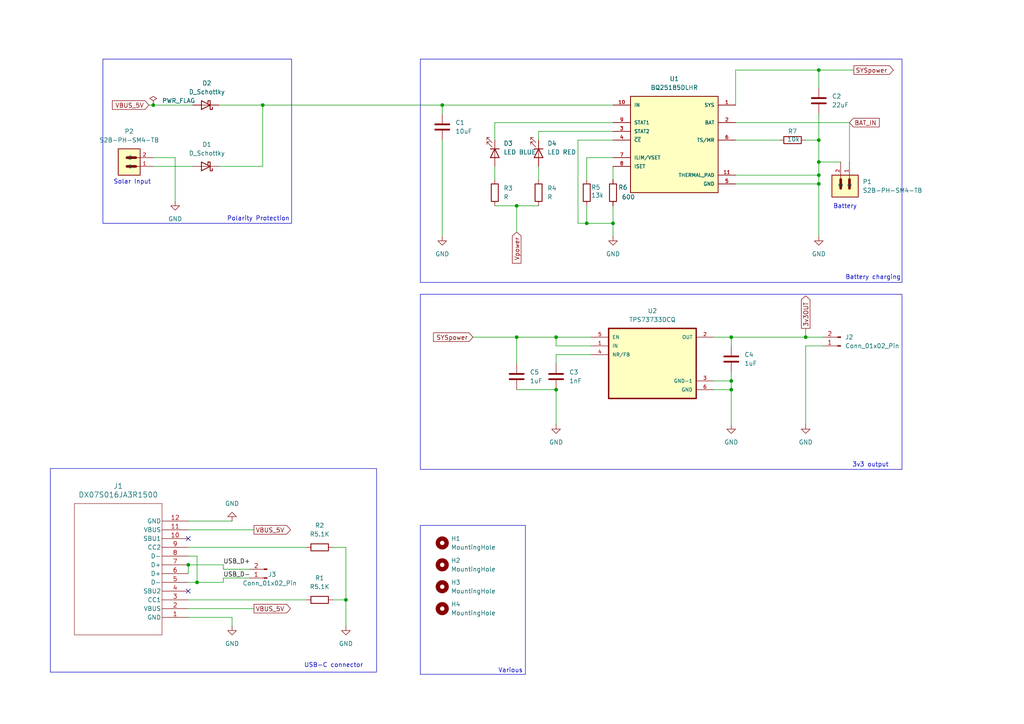
<source format=kicad_sch>
(kicad_sch (version 20250114) (generator "eeschema") (generator_version "9.0")
  (paper "A4")
  (lib_symbols
    (symbol "BQ25185:BQ25185DLHR" (pin_names (offset 1.016))
      (property "Reference" "U" (at -12.7 15.748 0))
      (property "Value" "BQ25185DLHR" (at -12.7 -15.24 0))
      (symbol "BQ25185DLHR_0_0"
        (rectangle (start -12.7 -12.7) (end 12.7 15.24) (stroke (width 0.254)) (fill (type background)))
        (pin input line (at -17.78 12.7 0) (length 5.08) (name "IN") (number "10"))
        (pin output line (at -17.78 7.62 0) (length 5.08) (name "STAT1") (number "9"))
        (pin output line (at -17.78 5.08 0) (length 5.08) (name "STAT2") (number "3"))
        (pin input line (at -17.78 2.54 0) (length 5.08) (name "~{CE}") (number "4"))
        (pin input line (at -17.78 -2.54 0) (length 5.08) (name "ILIM/VSET") (number "7"))
        (pin input line (at -17.78 -5.08 0) (length 5.08) (name "ISET") (number "8"))
        (pin output line (at 17.78 12.7 180) (length 5.08) (name "SYS") (number "1"))
        (pin output line (at 17.78 7.62 180) (length 5.08) (name "BAT") (number "2"))
        (pin input line (at 17.78 2.54 180) (length 5.08) (name "TS/MR") (number "6"))
        (pin passive line (at 17.78 -7.62 180) (length 5.08) (name "THERMAL_PAD") (number "11"))
        (pin power_in line (at 17.78 -10.16 180) (length 5.08) (name "GND") (number "5"))
      )
    )
    (symbol "CONN:S2B-PH-SM4-TB" (pin_names (offset 1.016))
      (property "Reference" "P" (at -1.2718 3.8155 0))
      (property "Value" "S2B-PH-SM4-TB" (at -1.271 -5.0839 0))
      (symbol "S2B-PH-SM4-TB_0_0"
        (rectangle (start -1.27 -3.81) (end 5.08 3.81) (stroke (width 0.254)) (fill (type background)))
        (polyline (pts (xy 0 1.27) (xy 2.54 1.27)) (stroke (width 0.762)))
        (polyline (pts (xy 0 -1.27) (xy 2.54 -1.27)) (stroke (width 0.762)))
        (pin passive line (at -5.08 1.27 0) (length 5.08) (name "1") (number "1"))
        (pin passive line (at -5.08 -1.27 0) (length 5.08) (name "2") (number "2"))
      )
    )
    (symbol "Connector:Conn_01x02_Pin" (pin_names (offset 1.016) (hide yes))
      (property "Reference" "J" (at 0 2.54 0))
      (property "Value" "Conn_01x02_Pin" (at 0 -5.08 0))
      (symbol "Conn_01x02_Pin_1_1"
        (rectangle (start 0.8636 0.127) (end 0 -0.127) (stroke (width 0.1524)) (fill (type outline)))
        (rectangle (start 0.8636 -2.413) (end 0 -2.667) (stroke (width 0.1524)) (fill (type outline)))
        (polyline (pts (xy 1.27 0) (xy 0.8636 0)) (stroke (width 0.1524)))
        (polyline (pts (xy 1.27 -2.54) (xy 0.8636 -2.54)) (stroke (width 0.1524)))
        (pin passive line (at 5.08 0 180) (length 3.81) (name "Pin_1") (number "1"))
        (pin passive line (at 5.08 -2.54 180) (length 3.81) (name "Pin_2") (number "2"))
      )
    )
    (symbol "Device:C" (pin_numbers (hide yes)) (pin_names (offset 0.254))
      (property "Reference" "C" (at 0.635 2.54 0))
      (property "Value" "C" (at 0.635 -2.54 0))
      (symbol "C_0_1"
        (polyline (pts (xy -2.032 0.762) (xy 2.032 0.762)) (stroke (width 0.508)))
        (polyline (pts (xy -2.032 -0.762) (xy 2.032 -0.762)) (stroke (width 0.508)))
      )
      (symbol "C_1_1"
        (pin passive line (at 0 3.81 270) (length 2.794) (name "~") (number "1"))
        (pin passive line (at 0 -3.81 90) (length 2.794) (name "~") (number "2"))
      )
    )
    (symbol "Device:D_Schottky" (pin_numbers (hide yes)) (pin_names (offset 1.016) (hide yes))
      (property "Reference" "D" (at 0 2.54 0))
      (property "Value" "D_Schottky" (at 0 -2.54 0))
      (symbol "D_Schottky_0_1"
        (polyline (pts (xy -1.905 0.635) (xy -1.905 1.27) (xy -1.27 1.27) (xy -1.27 -1.27) (xy -0.635 -1.27) (xy -0.635 -0.635)) (stroke (width 0.254)))
        (polyline (pts (xy 1.27 1.27) (xy 1.27 -1.27) (xy -1.27 0) (xy 1.27 1.27)) (stroke (width 0.254)))
        (polyline (pts (xy 1.27 0) (xy -1.27 0)))
      )
      (symbol "D_Schottky_1_1"
        (pin passive line (at -3.81 0 0) (length 2.54) (name "K") (number "1"))
        (pin passive line (at 3.81 0 180) (length 2.54) (name "A") (number "2"))
      )
    )
    (symbol "Device:LED" (pin_numbers (hide yes)) (pin_names (offset 1.016) (hide yes))
      (property "Reference" "D" (at 0 2.54 0))
      (property "Value" "LED" (at 0 -2.54 0))
      (symbol "LED_0_1"
        (polyline (pts (xy -3.048 -0.762) (xy -4.572 -2.286) (xy -3.81 -2.286) (xy -4.572 -2.286) (xy -4.572 -1.524)))
        (polyline (pts (xy -1.778 -0.762) (xy -3.302 -2.286) (xy -2.54 -2.286) (xy -3.302 -2.286) (xy -3.302 -1.524)))
        (polyline (pts (xy -1.27 0) (xy 1.27 0)))
        (polyline (pts (xy -1.27 -1.27) (xy -1.27 1.27)) (stroke (width 0.254)))
        (polyline (pts (xy 1.27 -1.27) (xy 1.27 1.27) (xy -1.27 0) (xy 1.27 -1.27)) (stroke (width 0.254)))
      )
      (symbol "LED_1_1"
        (pin passive line (at -3.81 0 0) (length 2.54) (name "K") (number "1"))
        (pin passive line (at 3.81 0 180) (length 2.54) (name "A") (number "2"))
      )
    )
    (symbol "Device:R" (pin_numbers (hide yes)) (pin_names (offset 0))
      (property "Reference" "R" (at 2.032 0 90))
      (property "Value" "R" (at 0 0 90))
      (symbol "R_0_1"
        (rectangle (start -1.016 -2.54) (end 1.016 2.54) (stroke (width 0.254)))
      )
      (symbol "R_1_1"
        (pin passive line (at 0 3.81 270) (length 1.27) (name "~") (number "1"))
        (pin passive line (at 0 -3.81 90) (length 1.27) (name "~") (number "2"))
      )
    )
    (symbol "Mechanical:MountingHole" (pin_names (offset 1.016)) (in_bom no)
      (property "Reference" "H" (at 0 5.08 0))
      (property "Value" "MountingHole" (at 0 3.175 0))
      (symbol "MountingHole_0_1"
        (circle (center 0 0) (radius 1.27) (stroke (width 1.27)))
      )
    )
    (symbol "TPS737:TPS73733DCQ" (pin_names (offset 1.016))
      (property "Reference" "U" (at -12.7 11.16 0))
      (property "Value" "TPS73733DCQ" (at -12.7 -14.16 0))
      (symbol "TPS73733DCQ_0_0"
        (rectangle (start -12.7 -10.16) (end 12.7 10.16) (stroke (width 0.41)) (fill (type background)))
        (pin input line (at -17.78 7.62 0) (length 5.08) (name "EN") (number "5"))
        (pin input line (at -17.78 5.08 0) (length 5.08) (name "IN") (number "1"))
        (pin input line (at -17.78 2.54 0) (length 5.08) (name "NR/FB") (number "4"))
        (pin output line (at 17.78 7.62 180) (length 5.08) (name "OUT") (number "2"))
        (pin power_in line (at 17.78 -5.08 180) (length 5.08) (name "GND-1") (number "3"))
        (pin power_in line (at 17.78 -7.62 180) (length 5.08) (name "GND") (number "6"))
      )
    )
    (symbol "USB-C-DX07S016JA3R1500:DX07S016JA3R1500" (pin_names (offset 0.254))
      (property "Reference" "J" (at 20.32 10.16 0))
      (property "Value" "DX07S016JA3R1500" (at 20.32 7.62 0))
      (symbol "DX07S016JA3R1500_1_1"
        (polyline (pts (xy 7.62 5.08) (xy 7.62 -33.02)) (stroke (width 0.127)))
        (polyline (pts (xy 7.62 -33.02) (xy 33.02 -33.02)) (stroke (width 0.127)))
        (polyline (pts (xy 33.02 5.08) (xy 7.62 5.08)) (stroke (width 0.127)))
        (polyline (pts (xy 33.02 -33.02) (xy 33.02 5.08)) (stroke (width 0.127)))
        (pin power_out line (at 0 0 0) (length 7.62) (name "GND") (number "1"))
        (pin power_in line (at 0 -2.54 0) (length 7.62) (name "VBUS") (number "2"))
        (pin bidirectional line (at 0 -5.08 0) (length 7.62) (name "CC1") (number "3"))
        (pin bidirectional line (at 0 -7.62 0) (length 7.62) (name "SBU2") (number "4"))
        (pin bidirectional line (at 0 -10.16 0) (length 7.62) (name "D-") (number "5"))
        (pin bidirectional line (at 0 -12.7 0) (length 7.62) (name "D+") (number "6"))
        (pin bidirectional line (at 0 -15.24 0) (length 7.62) (name "D+") (number "7"))
        (pin bidirectional line (at 0 -17.78 0) (length 7.62) (name "D-") (number "8"))
        (pin bidirectional line (at 0 -20.32 0) (length 7.62) (name "CC2") (number "9"))
        (pin bidirectional line (at 0 -22.86 0) (length 7.62) (name "SBU1") (number "10"))
        (pin power_in line (at 0 -25.4 0) (length 7.62) (name "VBUS") (number "11"))
        (pin power_out line (at 0 -27.94 0) (length 7.62) (name "GND") (number "12"))
      )
      (symbol "DX07S016JA3R1500_1_2"
        (polyline (pts (xy 5.08 2.54) (xy 5.08 -30.48)) (stroke (width 0.127)))
        (polyline (pts (xy 5.08 -30.48) (xy 12.7 -30.48)) (stroke (width 0.127)))
        (polyline (pts (xy 7.62 0) (xy 5.08 0)) (stroke (width 0.127)))
        (polyline (pts (xy 7.62 0) (xy 8.89 0.8467)) (stroke (width 0.127)))
        (polyline (pts (xy 7.62 0) (xy 8.89 -0.8467)) (stroke (width 0.127)))
        (polyline (pts (xy 7.62 -2.54) (xy 5.08 -2.54)) (stroke (width 0.127)))
        (polyline (pts (xy 7.62 -2.54) (xy 8.89 -1.6933)) (stroke (width 0.127)))
        (polyline (pts (xy 7.62 -2.54) (xy 8.89 -3.3867)) (stroke (width 0.127)))
        (polyline (pts (xy 7.62 -5.08) (xy 5.08 -5.08)) (stroke (width 0.127)))
        (polyline (pts (xy 7.62 -5.08) (xy 8.89 -4.2333)) (stroke (width 0.127)))
        (polyline (pts (xy 7.62 -5.08) (xy 8.89 -5.9267)) (stroke (width 0.127)))
        (polyline (pts (xy 7.62 -7.62) (xy 5.08 -7.62)) (stroke (width 0.127)))
        (polyline (pts (xy 7.62 -7.62) (xy 8.89 -6.7733)) (stroke (width 0.127)))
        (polyline (pts (xy 7.62 -7.62) (xy 8.89 -8.4667)) (stroke (width 0.127)))
        (polyline (pts (xy 7.62 -10.16) (xy 5.08 -10.16)) (stroke (width 0.127)))
        (polyline (pts (xy 7.62 -10.16) (xy 8.89 -9.3133)) (stroke (width 0.127)))
        (polyline (pts (xy 7.62 -10.16) (xy 8.89 -11.0067)) (stroke (width 0.127)))
        (polyline (pts (xy 7.62 -12.7) (xy 5.08 -12.7)) (stroke (width 0.127)))
        (polyline (pts (xy 7.62 -12.7) (xy 8.89 -11.8533)) (stroke (width 0.127)))
        (polyline (pts (xy 7.62 -12.7) (xy 8.89 -13.5467)) (stroke (width 0.127)))
        (polyline (pts (xy 7.62 -15.24) (xy 5.08 -15.24)) (stroke (width 0.127)))
        (polyline (pts (xy 7.62 -15.24) (xy 8.89 -14.3933)) (stroke (width 0.127)))
        (polyline (pts (xy 7.62 -15.24) (xy 8.89 -16.0867)) (stroke (width 0.127)))
        (polyline (pts (xy 7.62 -17.78) (xy 5.08 -17.78)) (stroke (width 0.127)))
        (polyline (pts (xy 7.62 -17.78) (xy 8.89 -16.9333)) (stroke (width 0.127)))
        (polyline (pts (xy 7.62 -17.78) (xy 8.89 -18.6267)) (stroke (width 0.127)))
        (polyline (pts (xy 7.62 -20.32) (xy 5.08 -20.32)) (stroke (width 0.127)))
        (polyline (pts (xy 7.62 -20.32) (xy 8.89 -19.4733)) (stroke (width 0.127)))
        (polyline (pts (xy 7.62 -20.32) (xy 8.89 -21.1667)) (stroke (width 0.127)))
        (polyline (pts (xy 7.62 -22.86) (xy 5.08 -22.86)) (stroke (width 0.127)))
        (polyline (pts (xy 7.62 -22.86) (xy 8.89 -22.0133)) (stroke (width 0.127)))
        (polyline (pts (xy 7.62 -22.86) (xy 8.89 -23.7067)) (stroke (width 0.127)))
        (polyline (pts (xy 7.62 -25.4) (xy 5.08 -25.4)) (stroke (width 0.127)))
        (polyline (pts (xy 7.62 -25.4) (xy 8.89 -24.5533)) (stroke (width 0.127)))
        (polyline (pts (xy 7.62 -25.4) (xy 8.89 -26.2467)) (stroke (width 0.127)))
        (polyline (pts (xy 7.62 -27.94) (xy 5.08 -27.94)) (stroke (width 0.127)))
        (polyline (pts (xy 7.62 -27.94) (xy 8.89 -27.0933)) (stroke (width 0.127)))
        (polyline (pts (xy 7.62 -27.94) (xy 8.89 -28.7867)) (stroke (width 0.127)))
        (polyline (pts (xy 12.7 2.54) (xy 5.08 2.54)) (stroke (width 0.127)))
        (polyline (pts (xy 12.7 -30.48) (xy 12.7 2.54)) (stroke (width 0.127)))
        (pin power_out line (at 0 0 0) (length 5.08) (name "1") (number "1"))
        (pin power_in line (at 0 -2.54 0) (length 5.08) (name "2") (number "2"))
        (pin bidirectional line (at 0 -5.08 0) (length 5.08) (name "3") (number "3"))
        (pin bidirectional line (at 0 -7.62 0) (length 5.08) (name "4") (number "4"))
        (pin bidirectional line (at 0 -10.16 0) (length 5.08) (name "5") (number "5"))
        (pin bidirectional line (at 0 -12.7 0) (length 5.08) (name "6") (number "6"))
        (pin bidirectional line (at 0 -15.24 0) (length 5.08) (name "7") (number "7"))
        (pin bidirectional line (at 0 -17.78 0) (length 5.08) (name "8") (number "8"))
        (pin bidirectional line (at 0 -20.32 0) (length 5.08) (name "9") (number "9"))
        (pin bidirectional line (at 0 -22.86 0) (length 5.08) (name "10") (number "10"))
        (pin power_in line (at 0 -25.4 0) (length 5.08) (name "11") (number "11"))
        (pin power_out line (at 0 -27.94 0) (length 5.08) (name "12") (number "12"))
      )
    )
    (symbol "power:GND" (power) (pin_numbers (hide yes)) (pin_names (offset 0) (hide yes))
      (property "Value" "GND" (at 0 -3.81 0))
      (symbol "GND_0_1"
        (polyline (pts (xy 0 0) (xy 0 -1.27) (xy 1.27 -1.27) (xy 0 -2.54) (xy -1.27 -1.27) (xy 0 -1.27)))
      )
      (symbol "GND_1_1"
        (pin power_in line (at 0 0 270) (length 0) (name "~") (number "1"))
      )
    )
    (symbol "power:PWR_FLAG" (power) (pin_numbers (hide yes)) (pin_names (offset 0) (hide yes))
      (property "Value" "PWR_FLAG" (at 0 3.81 0))
      (symbol "PWR_FLAG_0_0"
        (pin power_out line (at 0 0 90) (length 0) (name "~") (number "1"))
      )
      (symbol "PWR_FLAG_0_1"
        (polyline (pts (xy 0 0) (xy 0 1.27) (xy -1.016 1.905) (xy 0 2.54) (xy 1.016 1.905) (xy 0 1.27)))
      )
    )
  )
  (rectangle (start 121.92 17.145) (end 261.62 81.915))
  (rectangle (start 121.92 85.344) (end 261.62 136.144))
  (rectangle (start 121.92 152.4) (end 152.4 195.58))
  (rectangle (start 14.605 135.89) (end 109.22 194.945))
  (rectangle (start 29.845 17.145) (end 84.582 64.77))
  (text "Battery" (at 245.11 59.944 0) (effects (font (size 1.27 1.27))))
  (text "3v3 output\n" (at 252.476 134.874 0) (effects (font (size 1.27 1.27))))
  (text "Polarity Protection" (at 74.93 63.5 0) (effects (font (size 1.27 1.27))))
  (text "Solar Input" (at 38.354 52.832 0) (effects (font (size 1.27 1.27))))
  (text "Various" (at 148.082 194.564 0) (effects (font (size 1.27 1.27))))
  (text "Battery charging\n" (at 253.238 80.518 0) (effects (font (size 1.27 1.27))))
  (text "USB-C connector" (at 96.774 193.04 0) (effects (font (size 1.27 1.27))))
  (junction (at 212.09 97.79))
  (junction (at 161.29 113.03))
  (junction (at 170.18 64.77))
  (junction (at 76.2 30.48))
  (junction (at 100.33 173.99))
  (junction (at 57.15 168.91))
  (junction (at 44.45 30.48))
  (junction (at 237.49 20.32))
  (junction (at 161.29 97.79))
  (junction (at 237.49 46.99))
  (junction (at 237.49 53.34))
  (junction (at 212.09 110.49))
  (junction (at 177.8 64.77))
  (junction (at 237.49 40.64))
  (junction (at 149.86 97.79))
  (junction (at 233.68 97.79))
  (junction (at 237.49 50.8))
  (junction (at 54.61 163.83))
  (junction (at 149.86 59.69))
  (junction (at 128.27 30.48))
  (junction (at 212.09 113.03))
  (no_connect (at 54.61 156.21))
  (no_connect (at 54.61 171.45))
  (wire (pts (xy 156.21 48.26) (xy 156.21 52.07)))
  (wire (pts (xy 128.27 30.48) (xy 177.8 30.48)))
  (wire (pts (xy 149.86 97.79) (xy 149.86 105.41)))
  (wire (pts (xy 161.29 113.03) (xy 161.29 123.19)))
  (wire (pts (xy 207.01 113.03) (xy 212.09 113.03)))
  (wire (pts (xy 143.51 48.26) (xy 143.51 52.07)))
  (wire (pts (xy 50.8 45.72) (xy 50.8 58.42)))
  (wire (pts (xy 54.61 163.83) (xy 64.77 163.83)))
  (wire (pts (xy 170.18 64.77) (xy 177.8 64.77)))
  (wire (pts (xy 237.49 33.02) (xy 237.49 40.64)))
  (wire (pts (xy 213.36 53.34) (xy 237.49 53.34)))
  (wire (pts (xy 212.09 97.79) (xy 207.01 97.79)))
  (wire (pts (xy 143.51 35.56) (xy 143.51 40.64)))
  (wire (pts (xy 170.18 59.69) (xy 170.18 64.77)))
  (wire (pts (xy 177.8 59.69) (xy 177.8 64.77)))
  (wire (pts (xy 237.49 46.99) (xy 243.84 46.99)))
  (wire (pts (xy 76.2 48.26) (xy 76.2 30.48)))
  (wire (pts (xy 233.68 100.33) (xy 233.68 123.19)))
  (wire (pts (xy 213.36 20.32) (xy 237.49 20.32)))
  (wire (pts (xy 100.33 158.75) (xy 100.33 173.99)))
  (wire (pts (xy 213.36 20.32) (xy 213.36 30.48)))
  (wire (pts (xy 64.77 165.1) (xy 72.39 165.1)))
  (wire (pts (xy 177.8 40.64) (xy 167.64 40.64)))
  (wire (pts (xy 212.09 97.79) (xy 233.68 97.79)))
  (wire (pts (xy 54.61 168.91) (xy 57.15 168.91)))
  (wire (pts (xy 161.29 97.79) (xy 171.45 97.79)))
  (wire (pts (xy 233.68 97.79) (xy 238.76 97.79)))
  (wire (pts (xy 64.77 168.91) (xy 64.77 167.64)))
  (wire (pts (xy 237.49 53.34) (xy 237.49 68.58)))
  (wire (pts (xy 149.86 97.79) (xy 161.29 97.79)))
  (wire (pts (xy 177.8 48.26) (xy 177.8 52.07)))
  (wire (pts (xy 63.5 48.26) (xy 76.2 48.26)))
  (wire (pts (xy 54.61 163.83) (xy 54.61 166.37)))
  (wire (pts (xy 44.45 30.48) (xy 55.88 30.48)))
  (wire (pts (xy 212.09 113.03) (xy 212.09 123.19)))
  (wire (pts (xy 170.18 52.07) (xy 170.18 45.72)))
  (wire (pts (xy 171.45 102.87) (xy 161.29 102.87)))
  (wire (pts (xy 213.36 50.8) (xy 237.49 50.8)))
  (wire (pts (xy 54.61 151.13) (xy 67.31 151.13)))
  (wire (pts (xy 161.29 102.87) (xy 161.29 105.41)))
  (wire (pts (xy 213.36 35.56) (xy 246.38 35.56)))
  (wire (pts (xy 156.21 38.1) (xy 156.21 40.64)))
  (wire (pts (xy 237.49 20.32) (xy 237.49 25.4)))
  (wire (pts (xy 149.86 59.69) (xy 156.21 59.69)))
  (wire (pts (xy 233.68 40.64) (xy 237.49 40.64)))
  (wire (pts (xy 64.77 163.83) (xy 64.77 165.1)))
  (wire (pts (xy 167.64 64.77) (xy 170.18 64.77)))
  (wire (pts (xy 54.61 158.75) (xy 88.9 158.75)))
  (wire (pts (xy 76.2 30.48) (xy 128.27 30.48)))
  (wire (pts (xy 57.15 161.29) (xy 57.15 168.91)))
  (wire (pts (xy 100.33 173.99) (xy 96.52 173.99)))
  (wire (pts (xy 54.61 153.67) (xy 73.66 153.67)))
  (wire (pts (xy 238.76 100.33) (xy 233.68 100.33)))
  (wire (pts (xy 167.64 40.64) (xy 167.64 64.77)))
  (wire (pts (xy 212.09 107.95) (xy 212.09 110.49)))
  (wire (pts (xy 212.09 97.79) (xy 212.09 100.33)))
  (wire (pts (xy 233.68 95.25) (xy 233.68 97.79)))
  (wire (pts (xy 237.49 46.99) (xy 237.49 50.8)))
  (wire (pts (xy 213.36 40.64) (xy 226.06 40.64)))
  (wire (pts (xy 54.61 173.99) (xy 88.9 173.99)))
  (wire (pts (xy 149.86 67.31) (xy 149.86 59.69)))
  (wire (pts (xy 237.49 40.64) (xy 237.49 46.99)))
  (wire (pts (xy 96.52 158.75) (xy 100.33 158.75)))
  (wire (pts (xy 207.01 110.49) (xy 212.09 110.49)))
  (wire (pts (xy 54.61 161.29) (xy 57.15 161.29)))
  (wire (pts (xy 137.16 97.79) (xy 149.86 97.79)))
  (wire (pts (xy 177.8 35.56) (xy 143.51 35.56)))
  (wire (pts (xy 43.18 30.48) (xy 44.45 30.48)))
  (wire (pts (xy 67.31 179.07) (xy 67.31 181.61)))
  (wire (pts (xy 161.29 100.33) (xy 161.29 97.79)))
  (wire (pts (xy 237.49 50.8) (xy 237.49 53.34)))
  (wire (pts (xy 177.8 64.77) (xy 177.8 68.58)))
  (wire (pts (xy 54.61 176.53) (xy 73.66 176.53)))
  (wire (pts (xy 171.45 100.33) (xy 161.29 100.33)))
  (wire (pts (xy 64.77 167.64) (xy 72.39 167.64)))
  (wire (pts (xy 237.49 20.32) (xy 247.65 20.32)))
  (wire (pts (xy 170.18 45.72) (xy 177.8 45.72)))
  (wire (pts (xy 143.51 59.69) (xy 149.86 59.69)))
  (wire (pts (xy 44.45 45.72) (xy 50.8 45.72)))
  (wire (pts (xy 177.8 38.1) (xy 156.21 38.1)))
  (wire (pts (xy 149.86 113.03) (xy 161.29 113.03)))
  (wire (pts (xy 128.27 40.64) (xy 128.27 68.58)))
  (wire (pts (xy 44.45 48.26) (xy 55.88 48.26)))
  (wire (pts (xy 54.61 179.07) (xy 67.31 179.07)))
  (wire (pts (xy 246.38 35.56) (xy 246.38 46.99)))
  (wire (pts (xy 128.27 30.48) (xy 128.27 33.02)))
  (wire (pts (xy 100.33 173.99) (xy 100.33 181.61)))
  (wire (pts (xy 212.09 110.49) (xy 212.09 113.03)))
  (wire (pts (xy 57.15 168.91) (xy 64.77 168.91)))
  (wire (pts (xy 76.2 30.48) (xy 63.5 30.48)))
  (label "USB_D-" (at 64.77 167.64 0))
  (label "USB_D+" (at 64.77 163.83 0))
  (global_label "VBUS_5V" (shape output) (at 73.66 176.53 0) (property "Intersheetrefs" "${INTERSHEET_REFS}" (effects (hide yes))))
  (global_label "BAT_IN" (shape input) (at 246.38 35.56 0) (property "Intersheetrefs" "${INTERSHEET_REFS}" (effects (hide yes))))
  (global_label "SYSpower" (shape input) (at 137.16 97.79 180) (property "Intersheetrefs" "${INTERSHEET_REFS}" (effects (hide yes))))
  (global_label "VBUS_5V" (shape input) (at 43.18 30.48 180) (property "Intersheetrefs" "${INTERSHEET_REFS}" (effects (hide yes))))
  (global_label "3v3OUT" (shape output) (at 233.68 95.25 90) (property "Intersheetrefs" "${INTERSHEET_REFS}" (effects (hide yes))))
  (global_label "SYSpower" (shape output) (at 247.65 20.32 0) (property "Intersheetrefs" "${INTERSHEET_REFS}" (effects (hide yes))))
  (global_label "VBUS_5V" (shape output) (at 73.66 153.67 0) (property "Intersheetrefs" "${INTERSHEET_REFS}" (effects (hide yes))))
  (global_label "Vpower" (shape input) (at 149.86 67.31 270) (property "Intersheetrefs" "${INTERSHEET_REFS}" (effects (hide yes))))
  (symbol (lib_id "Device:C") (at 128.27 36.83 0) (unit 1)
    (property "Reference" "C1" (at 132.08 35.5599 0) (effects (justify left)))
    (property "Value" "10uF" (at 132.08 38.0999 0) (effects (justify left)))
    (property "Footprint" "Capacitor_SMD:C_1206_3216Metric_Pad1.33x1.80mm_HandSolder" (effects (hide yes)))
    (property "Description" "Unpolarized capacitor" (effects (hide yes)))
  )
  (symbol (lib_id "USB-C-DX07S016JA3R1500:DX07S016JA3R1500") (at 54.61 179.07 180) (unit 1)
    (property "Reference" "J1" (at 34.29 140.97 0) (effects (font (size 1.524 1.524))))
    (property "Value" "DX07S016JA3R1500" (at 34.29 143.51 0) (effects (font (size 1.524 1.524))))
    (property "Footprint" "CUSTFOOT:CONN12_DX07S_JAE" (effects (hide yes)))
    (property "Datasheet" "DX07S016JA3R1500" (effects (hide yes)))
  )
  (symbol (lib_id "TPS737:TPS73733DCQ") (at 189.23 105.41 0) (unit 1)
    (property "Reference" "U2" (at 189.23 90.17 0))
    (property "Value" "TPS73733DCQ" (at 189.23 92.71 0))
    (property "Footprint" "Package_TO_SOT_SMD:SOT-223-6" (effects (hide yes)))
  )
  (symbol (lib_id "Device:C") (at 149.86 109.22 0) (unit 1)
    (property "Reference" "C5" (at 153.67 107.9499 0) (effects (justify left)))
    (property "Value" "1uF" (at 153.67 110.4899 0) (effects (justify left)))
    (property "Footprint" "Capacitor_SMD:C_1206_3216Metric_Pad1.33x1.80mm_HandSolder" (effects (hide yes)))
    (property "Description" "Unpolarized capacitor" (effects (hide yes)))
  )
  (symbol (lib_id "power:GND") (at 67.31 181.61 0) (unit 1)
    (property "Reference" "#PWR06" (effects (hide yes)))
    (property "Value" "GND" (at 67.31 186.69 0))
    (property "Description" "Power symbol creates a global label with name \"GND\" , ground" (effects (hide yes)))
  )
  (symbol (lib_id "Device:R") (at 229.87 40.64 90) (unit 1)
    (property "Reference" "R7" (at 229.87 38.1 90))
    (property "Value" "10k" (at 230.124 40.386 90))
    (property "Footprint" "Resistor_SMD:R_1206_3216Metric_Pad1.30x1.75mm_HandSolder" (effects (hide yes)))
    (property "Description" "Resistor" (effects (hide yes)))
  )
  (symbol (lib_id "Device:R") (at 92.71 158.75 90) (unit 1)
    (property "Reference" "R2" (at 92.71 152.4 90))
    (property "Value" "R5.1K" (at 92.71 154.94 90))
    (property "Footprint" "Resistor_SMD:R_1206_3216Metric_Pad1.30x1.75mm_HandSolder" (effects (hide yes)))
    (property "Description" "Resistor" (effects (hide yes)))
  )
  (symbol (lib_id "BQ25185:BQ25185DLHR") (at 195.58 43.18 0) (unit 1)
    (property "Reference" "U1" (at 195.58 22.86 0))
    (property "Value" "BQ25185DLHR" (at 195.58 25.4 0))
    (property "Footprint" "BQ25185:IC_BQ25185DLHR" (effects (hide yes)))
    (property "MF" "Texas Instruments" (effects (hide yes)))
    (property "SNAPEDA_PACKAGE_ID" "124517" (effects (hide yes)))
    (property "CREATOR" "AMINA" (effects (hide yes)))
    (property "Price" "None" (effects (hide yes)))
    (property "Package" "WFDFN-10 Texas Instruments" (effects (hide yes)))
    (property "Check_prices" "https://www.snapeda.com/parts/BQ25185DLHR/Texas+Instruments/view-part/?ref=eda" (effects (hide yes)))
    (property "STANDARD" "Manufacturer Recommendations" (effects (hide yes)))
    (property "PARTREV" "OCTOBER 2023" (effects (hide yes)))
    (property "SnapEDA_Link" "https://www.snapeda.com/parts/BQ25185DLHR/Texas+Instruments/view-part/?ref=snap" (effects (hide yes)))
    (property "MP" "BQ25185DLHR" (effects (hide yes)))
    (property "Purchase-URL" "https://www.snapeda.com/api/url_track_click_mouser/?unipart_id=15651243&manufacturer=Texas Instruments&part_name=BQ25185DLHR&search_term=bq25185dlhr" (effects (hide yes)))
    (property "MAXIMUM_PACKAGE_HEIGHT" "0.8mm" (effects (hide yes)))
    (property "Description_1" "1-cell, 1-A stand-alone linear battery charger with power path and solar input support" (effects (hide yes)))
    (property "Availability" "In Stock" (effects (hide yes)))
    (property "MANUFACTURER" "Texas Instruments" (effects (hide yes)))
  )
  (symbol (lib_id "power:GND") (at 212.09 123.19 0) (unit 1)
    (property "Reference" "#PWR09" (effects (hide yes)))
    (property "Value" "GND" (at 212.09 128.27 0))
    (property "Description" "Power symbol creates a global label with name \"GND\" , ground" (effects (hide yes)))
  )
  (symbol (lib_id "Device:LED") (at 143.51 44.45 270) (unit 1)
    (property "Reference" "D3" (at 146.05 41.5924 90) (effects (justify left)))
    (property "Value" "LED BLUE" (at 146.05 44.1324 90) (effects (justify left)))
    (property "Footprint" "LED_SMD:LED_1206_3216Metric_Pad1.42x1.75mm_HandSolder" (effects (hide yes)))
    (property "Description" "Light emitting diode" (effects (hide yes)))
    (property "Sim.Pins" "1=K 2=A" (effects (hide yes)))
  )
  (symbol (lib_id "Device:D_Schottky") (at 59.69 48.26 180) (unit 1)
    (property "Reference" "D1" (at 60.0075 41.91 0))
    (property "Value" "D_Schottky" (at 60.0075 44.45 0))
    (property "Footprint" "Diode_SMD:D_1206_3216Metric_Pad1.42x1.75mm_HandSolder" (effects (hide yes)))
    (property "Description" "Schottky diode" (effects (hide yes)))
  )
  (symbol (lib_id "power:GND") (at 67.31 151.13 180) (unit 1)
    (property "Reference" "#PWR05" (effects (hide yes)))
    (property "Value" "GND" (at 67.31 146.05 0))
    (property "Description" "Power symbol creates a global label with name \"GND\" , ground" (effects (hide yes)))
  )
  (symbol (lib_id "power:GND") (at 177.8 68.58 0) (unit 1)
    (property "Reference" "#PWR07" (effects (hide yes)))
    (property "Value" "GND" (at 177.8 73.66 0))
    (property "Description" "Power symbol creates a global label with name \"GND\" , ground" (effects (hide yes)))
  )
  (symbol (lib_id "Mechanical:MountingHole") (at 128.27 170.18 0) (unit 1) (in_bom no)
    (property "Reference" "H3" (at 130.81 168.9099 0) (effects (justify left)))
    (property "Value" "MountingHole" (at 130.81 171.4499 0) (effects (justify left)))
    (property "Footprint" "MountingHole:MountingHole_2.7mm_M2.5_Pad" (effects (hide yes)))
    (property "Description" "Mounting Hole without connection" (effects (hide yes)))
  )
  (symbol (lib_id "Device:R") (at 92.71 173.99 90) (unit 1)
    (property "Reference" "R1" (at 92.71 167.64 90))
    (property "Value" "R5.1K" (at 92.71 170.18 90))
    (property "Footprint" "Resistor_SMD:R_1206_3216Metric_Pad1.30x1.75mm_HandSolder" (effects (hide yes)))
    (property "Description" "Resistor" (effects (hide yes)))
  )
  (symbol (lib_id "power:GND") (at 128.27 68.58 0) (unit 1)
    (property "Reference" "#PWR04" (effects (hide yes)))
    (property "Value" "GND" (at 128.27 73.66 0))
    (property "Description" "Power symbol creates a global label with name \"GND\" , ground" (effects (hide yes)))
  )
  (symbol (lib_id "Mechanical:MountingHole") (at 128.27 176.53 0) (unit 1) (in_bom no)
    (property "Reference" "H4" (at 130.81 175.2599 0) (effects (justify left)))
    (property "Value" "MountingHole" (at 130.81 177.7999 0) (effects (justify left)))
    (property "Footprint" "MountingHole:MountingHole_2.7mm_M2.5_Pad" (effects (hide yes)))
    (property "Description" "Mounting Hole without connection" (effects (hide yes)))
  )
  (symbol (lib_id "Device:C") (at 237.49 29.21 0) (unit 1)
    (property "Reference" "C2" (at 241.3 27.9399 0) (effects (justify left)))
    (property "Value" "22uF" (at 241.3 30.4799 0) (effects (justify left)))
    (property "Footprint" "Capacitor_SMD:C_1206_3216Metric_Pad1.33x1.80mm_HandSolder" (effects (hide yes)))
    (property "Description" "Unpolarized capacitor" (effects (hide yes)))
  )
  (symbol (lib_id "Connector:Conn_01x02_Pin") (at 77.47 167.64 180) (unit 1)
    (property "Reference" "J3" (at 77.724 166.624 0) (effects (justify right)))
    (property "Value" "Conn_01x02_Pin" (at 70.358 169.164 0) (effects (justify right)))
    (property "Footprint" "Connector_PinHeader_2.54mm:PinHeader_1x02_P2.54mm_Vertical" (effects (hide yes)))
    (property "Description" "Generic connector, single row, 01x02, script generated" (effects (hide yes)))
  )
  (symbol (lib_id "Mechanical:MountingHole") (at 128.27 163.83 0) (unit 1) (in_bom no)
    (property "Reference" "H2" (at 130.81 162.5599 0) (effects (justify left)))
    (property "Value" "MountingHole" (at 130.81 165.0999 0) (effects (justify left)))
    (property "Footprint" "MountingHole:MountingHole_2.7mm_M2.5_Pad" (effects (hide yes)))
    (property "Description" "Mounting Hole without connection" (effects (hide yes)))
  )
  (symbol (lib_id "Device:C") (at 161.29 109.22 0) (unit 1)
    (property "Reference" "C3" (at 165.1 107.9499 0) (effects (justify left)))
    (property "Value" "1nF" (at 165.1 110.4899 0) (effects (justify left)))
    (property "Footprint" "Capacitor_SMD:C_1206_3216Metric_Pad1.33x1.80mm_HandSolder" (effects (hide yes)))
    (property "Description" "Unpolarized capacitor" (effects (hide yes)))
  )
  (symbol (lib_id "Mechanical:MountingHole") (at 128.27 157.48 0) (unit 1) (in_bom no)
    (property "Reference" "H1" (at 130.81 156.2099 0) (effects (justify left)))
    (property "Value" "MountingHole" (at 130.81 158.7499 0) (effects (justify left)))
    (property "Footprint" "MountingHole:MountingHole_2.7mm_M2.5_Pad" (effects (hide yes)))
    (property "Description" "Mounting Hole without connection" (effects (hide yes)))
  )
  (symbol (lib_id "Connector:Conn_01x02_Pin") (at 243.84 100.33 180) (unit 1)
    (property "Reference" "J2" (at 245.11 97.7899 0) (effects (justify right)))
    (property "Value" "Conn_01x02_Pin" (at 245.11 100.3299 0) (effects (justify right)))
    (property "Footprint" "Connector_PinHeader_2.54mm:PinHeader_1x02_P2.54mm_Vertical" (effects (hide yes)))
    (property "Description" "Generic connector, single row, 01x02, script generated" (effects (hide yes)))
  )
  (symbol (lib_id "power:GND") (at 161.29 123.19 0) (unit 1)
    (property "Reference" "#PWR010" (effects (hide yes)))
    (property "Value" "GND" (at 161.29 128.27 0))
    (property "Description" "Power symbol creates a global label with name \"GND\" , ground" (effects (hide yes)))
  )
  (symbol (lib_id "power:GND") (at 237.49 68.58 0) (unit 1)
    (property "Reference" "#PWR02" (effects (hide yes)))
    (property "Value" "GND" (at 237.49 73.66 0))
    (property "Description" "Power symbol creates a global label with name \"GND\" , ground" (effects (hide yes)))
  )
  (symbol (lib_id "Device:R") (at 170.18 55.88 0) (unit 1)
    (property "Reference" "R5" (at 171.45 54.356 0) (effects (justify left)))
    (property "Value" "13k" (at 171.45 56.642 0) (effects (justify left)))
    (property "Footprint" "Resistor_SMD:R_1206_3216Metric_Pad1.30x1.75mm_HandSolder" (effects (hide yes)))
    (property "Description" "Resistor" (effects (hide yes)))
  )
  (symbol (lib_id "power:GND") (at 100.33 181.61 0) (unit 1)
    (property "Reference" "#PWR01" (effects (hide yes)))
    (property "Value" "GND" (at 100.33 186.69 0))
    (property "Description" "Power symbol creates a global label with name \"GND\" , ground" (effects (hide yes)))
  )
  (symbol (lib_id "power:PWR_FLAG") (at 44.45 30.48 0) (unit 1)
    (property "Reference" "#FLG02" (effects (hide yes)))
    (property "Value" "PWR_FLAG" (at 46.99 29.2099 0) (effects (justify left)))
    (property "Description" "Special symbol for telling ERC where power comes from" (effects (hide yes)))
  )
  (symbol (lib_id "power:GND") (at 233.68 123.19 0) (unit 1)
    (property "Reference" "#PWR08" (effects (hide yes)))
    (property "Value" "GND" (at 233.68 128.27 0))
    (property "Description" "Power symbol creates a global label with name \"GND\" , ground" (effects (hide yes)))
  )
  (symbol (lib_id "Device:R") (at 156.21 55.88 0) (unit 1)
    (property "Reference" "R4" (at 158.75 54.6099 0) (effects (justify left)))
    (property "Value" "R" (at 158.75 57.1499 0) (effects (justify left)))
    (property "Footprint" "Resistor_SMD:R_1206_3216Metric_Pad1.30x1.75mm_HandSolder" (effects (hide yes)))
    (property "Description" "Resistor" (effects (hide yes)))
  )
  (symbol (lib_id "Device:D_Schottky") (at 59.69 30.48 180) (unit 1)
    (property "Reference" "D2" (at 60.0075 24.13 0))
    (property "Value" "D_Schottky" (at 60.0075 26.67 0))
    (property "Footprint" "Diode_SMD:D_1206_3216Metric_Pad1.42x1.75mm_HandSolder" (effects (hide yes)))
    (property "Description" "Schottky diode" (effects (hide yes)))
  )
  (symbol (lib_id "Device:R") (at 177.8 55.88 0) (unit 1)
    (property "Reference" "R6" (at 179.324 54.356 0) (effects (justify left)))
    (property "Value" "600" (at 180.34 57.1499 0) (effects (justify left)))
    (property "Footprint" "Resistor_SMD:R_1206_3216Metric_Pad1.30x1.75mm_HandSolder" (effects (hide yes)))
    (property "Description" "Resistor" (effects (hide yes)))
  )
  (symbol (lib_id "Device:C") (at 212.09 104.14 0) (unit 1)
    (property "Reference" "C4" (at 215.9 102.8699 0) (effects (justify left)))
    (property "Value" "1uF" (at 215.9 105.4099 0) (effects (justify left)))
    (property "Footprint" "Capacitor_SMD:C_1206_3216Metric_Pad1.33x1.80mm_HandSolder" (effects (hide yes)))
    (property "Description" "Unpolarized capacitor" (effects (hide yes)))
  )
  (symbol (lib_id "power:GND") (at 50.8 58.42 0) (unit 1)
    (property "Reference" "#PWR03" (effects (hide yes)))
    (property "Value" "GND" (at 50.8 63.5 0))
    (property "Description" "Power symbol creates a global label with name \"GND\" , ground" (effects (hide yes)))
  )
  (symbol (lib_id "Device:LED") (at 156.21 44.45 270) (unit 1)
    (property "Reference" "D4" (at 158.75 41.5924 90) (effects (justify left)))
    (property "Value" "LED RED" (at 158.75 44.1324 90) (effects (justify left)))
    (property "Footprint" "LED_SMD:LED_1206_3216Metric_Pad1.42x1.75mm_HandSolder" (effects (hide yes)))
    (property "Description" "Light emitting diode" (effects (hide yes)))
    (property "Sim.Pins" "1=K 2=A" (effects (hide yes)))
  )
  (symbol (lib_id "CONN:S2B-PH-SM4-TB") (at 245.11 52.07 270) (unit 1)
    (property "Reference" "P1" (at 250.19 52.7049 90) (effects (justify left)))
    (property "Value" "S2B-PH-SM4-TB" (at 250.19 55.2449 90) (effects (justify left)))
    (property "Footprint" "CUSTFOOT:JST_S2B-PH-SM4-TB" (effects (hide yes)))
    (property "MANUFACTURER" "JST" (effects (hide yes)))
  )
  (symbol (lib_id "Device:R") (at 143.51 55.88 0) (unit 1)
    (property "Reference" "R3" (at 146.05 54.6099 0) (effects (justify left)))
    (property "Value" "R" (at 146.05 57.1499 0) (effects (justify left)))
    (property "Footprint" "Resistor_SMD:R_1206_3216Metric_Pad1.30x1.75mm_HandSolder" (effects (hide yes)))
    (property "Description" "Resistor" (effects (hide yes)))
  )
  (symbol (lib_id "CONN:S2B-PH-SM4-TB") (at 39.37 46.99 180) (unit 1)
    (property "Reference" "P2" (at 37.465 38.1 0))
    (property "Value" "S2B-PH-SM4-TB" (at 37.465 40.64 0))
    (property "Footprint" "CUSTFOOT:JST_S2B-PH-SM4-TB" (effects (hide yes)))
    (property "MANUFACTURER" "JST" (effects (hide yes)))
  )
)
</source>
